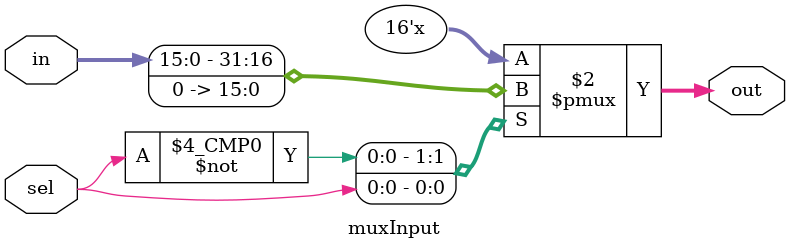
<source format=v>
module muxInput (in, sel, out);

    //---------------------------------------------
    //Local Parameters
    //---------------------------------------------
    parameter selINPUT = 0;
    parameter selCLEAR = 1;

    //---------------------------------------------
    //Inputs/Outputs/regs
    //---------------------------------------------  
      input[15:0] in;
      input sel;  
      output [15:0] out;  
      reg [15:0] out;  
      localparam RESET = 16'b0000000000000000;

  always @(sel)  
  begin  
    case (sel)  
      selINPUT : out = in;  
      selCLEAR: out = RESET;  
      default : out = RESET;
    endcase  
  end  
endmodule 

</source>
